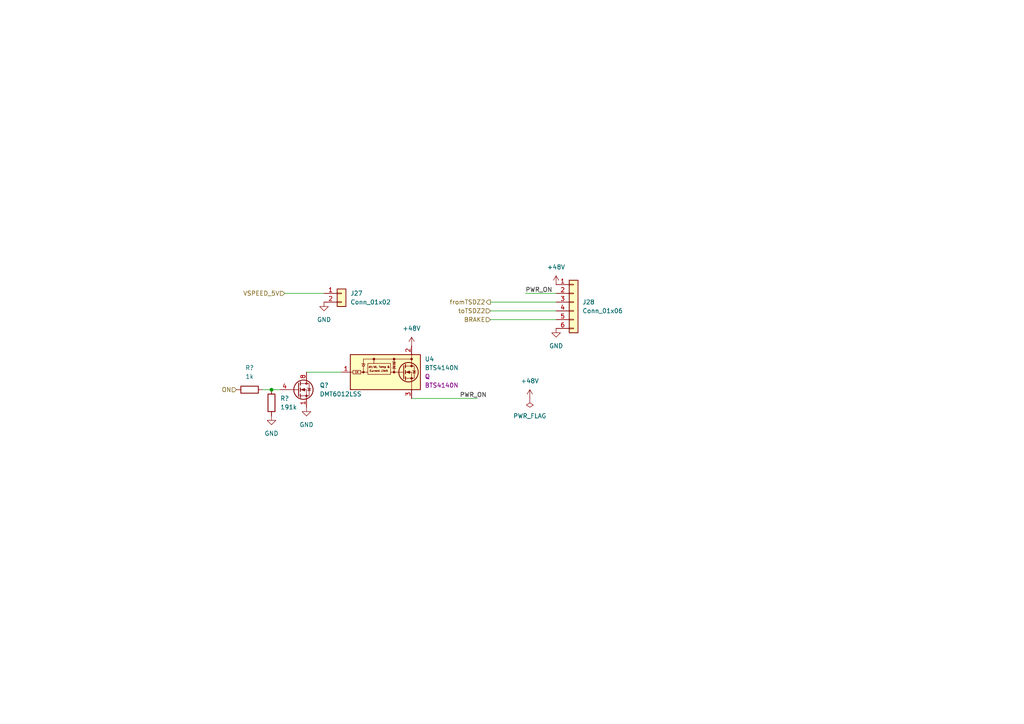
<source format=kicad_sch>
(kicad_sch (version 20230121) (generator eeschema)
  (paper "A4")
  (lib_symbols
    (symbol "Connector_Generic:Conn_01x02" (pin_names (offset 1.016) hide)
      (property "Reference" "J" (at 0 2.54 0))
      (property "Value" "Conn_01x02" (at 0 -5.08 0))
      (symbol "Conn_01x02_1_1"
        (rectangle (start -1.27 -2.413) (end 0 -2.667) (stroke (width 0.1524)))
        (rectangle (start -1.27 0.127) (end 0 -0.127) (stroke (width 0.1524)))
        (rectangle (start -1.27 1.27) (end 1.27 -3.81) (stroke (width 0.254)) (fill (type background)))
        (pin passive line (at -5.08 0 0) (length 3.81) (name "Pin_1") (number "1"))
        (pin passive line (at -5.08 -2.54 0) (length 3.81) (name "Pin_2") (number "2"))
      )
    )
    (symbol "Connector_Generic:Conn_01x06" (pin_names (offset 1.016) hide)
      (property "Reference" "J" (at 0 7.62 0))
      (property "Value" "Conn_01x06" (at 0 -10.16 0))
      (symbol "Conn_01x06_1_1"
        (rectangle (start -1.27 -7.493) (end 0 -7.747) (stroke (width 0.1524)))
        (rectangle (start -1.27 -4.953) (end 0 -5.207) (stroke (width 0.1524)))
        (rectangle (start -1.27 -2.413) (end 0 -2.667) (stroke (width 0.1524)))
        (rectangle (start -1.27 0.127) (end 0 -0.127) (stroke (width 0.1524)))
        (rectangle (start -1.27 2.667) (end 0 2.413) (stroke (width 0.1524)))
        (rectangle (start -1.27 5.207) (end 0 4.953) (stroke (width 0.1524)))
        (rectangle (start -1.27 6.35) (end 1.27 -8.89) (stroke (width 0.254)) (fill (type background)))
        (pin passive line (at -5.08 5.08 0) (length 3.81) (name "Pin_1") (number "1"))
        (pin passive line (at -5.08 2.54 0) (length 3.81) (name "Pin_2") (number "2"))
        (pin passive line (at -5.08 0 0) (length 3.81) (name "Pin_3") (number "3"))
        (pin passive line (at -5.08 -2.54 0) (length 3.81) (name "Pin_4") (number "4"))
        (pin passive line (at -5.08 -5.08 0) (length 3.81) (name "Pin_5") (number "5"))
        (pin passive line (at -5.08 -7.62 0) (length 3.81) (name "Pin_6") (number "6"))
      )
    )
    (symbol "Device:R" (pin_numbers hide) (pin_names (offset 0))
      (property "Reference" "R" (at 2.032 0 90))
      (property "Value" "R" (at 0 0 90))
      (symbol "R_0_1"
        (rectangle (start -1.016 -2.54) (end 1.016 2.54) (stroke (width 0.254)))
      )
      (symbol "R_1_1"
        (pin passive line (at 0 3.81 270) (length 1.27) (name "~") (number "1"))
        (pin passive line (at 0 -3.81 90) (length 1.27) (name "~") (number "2"))
      )
    )
    (symbol "Transistor_FET:IRF7403" (pin_names hide)
      (property "Reference" "Q" (at 5.08 2.54 0))
      (property "Value" "IRF7403" (at 5.08 0 0))
      (symbol "IRF7403_0_1"
        (polyline (pts (xy 0.254 0) (xy -2.54 0)))
        (polyline (pts (xy 0.254 1.905) (xy 0.254 -1.905)) (stroke (width 0.254)))
        (polyline (pts (xy 0.762 -1.27) (xy 0.762 -2.286)) (stroke (width 0.254)))
        (polyline (pts (xy 0.762 0.508) (xy 0.762 -0.508)) (stroke (width 0.254)))
        (polyline (pts (xy 0.762 2.286) (xy 0.762 1.27)) (stroke (width 0.254)))
        (polyline (pts (xy 2.54 2.54) (xy 2.54 1.778)))
        (polyline (pts (xy 2.54 -2.54) (xy 2.54 0) (xy 0.762 0)))
        (polyline (pts (xy 0.762 -1.778) (xy 3.302 -1.778) (xy 3.302 1.778) (xy 0.762 1.778)))
        (polyline (pts (xy 1.016 0) (xy 2.032 0.381) (xy 2.032 -0.381) (xy 1.016 0)) (fill (type outline)))
        (polyline (pts (xy 2.794 0.508) (xy 2.921 0.381) (xy 3.683 0.381) (xy 3.81 0.254)))
        (polyline (pts (xy 3.302 0.381) (xy 2.921 -0.254) (xy 3.683 -0.254) (xy 3.302 0.381)))
        (circle (center 1.651 0) (radius 2.794) (stroke (width 0.254)))
        (circle (center 2.54 -1.778) (radius 0.254) (fill (type outline)))
        (circle (center 2.54 1.778) (radius 0.254) (fill (type outline)))
      )
      (symbol "IRF7403_1_1"
        (pin passive line (at 2.54 -5.08 90) (length 2.54) (name "S") (number "1"))
        (pin passive line (at 2.54 -5.08 90) (length 2.54) hide (name "S") (number "2"))
        (pin passive line (at 2.54 -5.08 90) (length 2.54) hide (name "S") (number "3"))
        (pin input line (at -5.08 0 0) (length 2.54) (name "G") (number "4"))
        (pin passive line (at 2.54 5.08 270) (length 2.54) hide (name "D") (number "5"))
        (pin passive line (at 2.54 5.08 270) (length 2.54) hide (name "D") (number "6"))
        (pin passive line (at 2.54 5.08 270) (length 2.54) hide (name "D") (number "7"))
        (pin passive line (at 2.54 5.08 270) (length 2.54) (name "D") (number "8"))
      )
    )
    (symbol "additional:BTS4140N" (pin_names (offset 0) hide)
      (property "Value" "BTS4140N" (at 0 0 0))
      (property "Reference_1" "Q" (at 5.08 6.35 0))
      (property "Value_1" "BTS4140N" (at -10.16 6.35 0))
      (symbol "BTS4140N_0_0"
        (polyline (pts (xy 7.62 -2.54) (xy 7.62 -7.62)))
        (polyline (pts (xy 7.62 2.54) (xy 7.62 7.62)))
        (polyline (pts (xy 2.54 0) (xy 2.54 3.81) (xy 7.62 3.81)))
      )
      (symbol "BTS4140N_0_1"
        (rectangle (start -9.398 0.508) (end -7.112 -0.508))
        (polyline (pts (xy -9.398 0) (xy -10.16 0)))
        (polyline (pts (xy -7.112 0) (xy -5.08 0)))
        (polyline (pts (xy -6.35 0) (xy -6.35 1.778)))
        (polyline (pts (xy -3.302 3.81) (xy -3.302 2.54)))
        (polyline (pts (xy -6.35 2.286) (xy -6.35 3.81) (xy 2.54 3.81)))
      )
      (symbol "BTS4140N_1_0"
        (rectangle (start -10.16 5.08) (end 10.16 -5.08) (stroke (width 0.254)) (fill (type background)))
      )
      (symbol "BTS4140N_1_1"
        (circle (center -6.35 0) (radius 0.2794) (fill (type outline)))
        (rectangle (start -5.08 2.54) (end 1.524 -0.635))
        (circle (center -3.302 3.81) (radius 0.2794) (fill (type outline)))
        (polyline (pts (xy 2.54 0) (xy 1.524 0)))
        (polyline (pts (xy 2.54 0) (xy 5.334 0)))
        (polyline (pts (xy 5.842 -1.778) (xy 7.62 -1.778)))
        (polyline (pts (xy 5.842 -1.27) (xy 5.842 -2.286)) (stroke (width 0.254)))
        (polyline (pts (xy 5.842 0) (xy 7.62 0)))
        (polyline (pts (xy 5.842 0.508) (xy 5.842 -0.508)) (stroke (width 0.254)))
        (polyline (pts (xy 5.842 1.778) (xy 7.62 1.778)))
        (polyline (pts (xy 5.842 2.286) (xy 5.842 1.27)) (stroke (width 0.254)))
        (polyline (pts (xy 7.62 -1.778) (xy 7.62 -2.54)))
        (polyline (pts (xy 7.62 -1.778) (xy 7.62 0)))
        (polyline (pts (xy 7.62 2.54) (xy 7.62 1.778)))
        (polyline (pts (xy 5.334 1.905) (xy 5.334 -1.905) (xy 5.334 -1.905)) (stroke (width 0.254)))
        (polyline (pts (xy -6.858 2.54) (xy -6.731 2.413) (xy -5.969 2.413) (xy -5.842 2.286)))
        (polyline (pts (xy -6.35 2.413) (xy -6.731 1.778) (xy -5.969 1.778) (xy -6.35 2.413)))
        (polyline (pts (xy 2.032 3.048) (xy 2.159 2.921) (xy 2.921 2.921) (xy 3.048 2.794)))
        (polyline (pts (xy 2.54 1.143) (xy 2.921 1.778) (xy 2.159 1.778) (xy 2.54 1.143)))
        (polyline (pts (xy 2.54 2.921) (xy 2.159 2.286) (xy 2.921 2.286) (xy 2.54 2.921)))
        (polyline (pts (xy 3.048 1.016) (xy 2.921 1.143) (xy 2.159 1.143) (xy 2.032 1.27)))
        (polyline (pts (xy 6.096 0) (xy 7.112 0.381) (xy 7.112 -0.381) (xy 6.096 0)) (fill (type outline)))
        (polyline (pts (xy 7.62 -1.778) (xy 8.382 -1.778) (xy 8.382 1.778) (xy 7.62 1.778)))
        (polyline (pts (xy 7.874 0.508) (xy 8.001 0.381) (xy 8.763 0.381) (xy 8.89 0.254)))
        (polyline (pts (xy 8.382 0.381) (xy 8.001 -0.254) (xy 8.763 -0.254) (xy 8.382 0.381)))
        (circle (center 2.54 0) (radius 0.2794) (fill (type outline)))
        (circle (center 2.54 3.81) (radius 0.2794) (fill (type outline)))
        (circle (center 6.731 0) (radius 2.8194) (stroke (width 0.254)))
        (circle (center 7.62 -1.778) (radius 0.2794) (fill (type outline)))
        (circle (center 7.62 1.778) (radius 0.2794) (fill (type outline)))
        (circle (center 7.62 3.81) (radius 0.2794) (fill (type outline)))
        (text "1K" (at -8.255 0 0) (effects (font (size 0.5334 0.5334))))
        (text "Current Limit" (at -1.905 0.381 0) (effects (font (size 0.5334 0.5334))))
        (text "dV/dt, Temp &" (at -1.778 1.524 0) (effects (font (size 0.5334 0.5334))))
        (pin input line (at -12.7 0 0) (length 2.54) (name "G") (number "1"))
        (pin passive line (at 7.62 7.62 270) (length 2.54) (name "D") (number "2"))
        (pin passive line (at 7.62 -7.62 90) (length 2.54) (name "S") (number "3"))
        (pin passive line (at 7.62 7.62 270) (length 2.54) hide (name "D") (number "4"))
      )
    )
    (symbol "power:+48V" (power) (pin_names (offset 0))
      (property "Value" "+48V" (at 0 3.556 0))
      (symbol "+48V_0_1"
        (polyline (pts (xy -0.762 1.27) (xy 0 2.54)))
        (polyline (pts (xy 0 0) (xy 0 2.54)))
        (polyline (pts (xy 0 2.54) (xy 0.762 1.27)))
      )
      (symbol "+48V_1_1"
        (pin power_in line (at 0 0 90) (length 0) hide (name "+48V") (number "1"))
      )
    )
    (symbol "power:GND" (power) (pin_names (offset 0))
      (property "Value" "GND" (at 0 -3.81 0))
      (symbol "GND_0_1"
        (polyline (pts (xy 0 0) (xy 0 -1.27) (xy 1.27 -1.27) (xy 0 -2.54) (xy -1.27 -1.27) (xy 0 -1.27)))
      )
      (symbol "GND_1_1"
        (pin power_in line (at 0 0 270) (length 0) hide (name "GND") (number "1"))
      )
    )
    (symbol "power:PWR_FLAG" (power) (pin_numbers hide) (pin_names (offset 0) hide)
      (property "Value" "PWR_FLAG" (at 0 3.81 0))
      (symbol "PWR_FLAG_0_0"
        (pin power_out line (at 0 0 90) (length 0) (name "pwr") (number "1"))
      )
      (symbol "PWR_FLAG_0_1"
        (polyline (pts (xy 0 0) (xy 0 1.27) (xy -1.016 1.905) (xy 0 2.54) (xy 1.016 1.905) (xy 0 1.27)))
      )
    )
  )
  (junction (at 78.74 113.03))
  (wire (pts (xy 88.9 107.95) (xy 99.06 107.95)))
  (wire (pts (xy 142.24 90.17) (xy 161.29 90.17)))
  (wire (pts (xy 142.24 87.63) (xy 161.29 87.63)))
  (wire (pts (xy 119.38 115.57) (xy 138.43 115.57)))
  (wire (pts (xy 82.55 85.09) (xy 93.98 85.09)))
  (wire (pts (xy 78.74 113.03) (xy 81.28 113.03)))
  (wire (pts (xy 142.24 92.71) (xy 161.29 92.71)))
  (wire (pts (xy 76.2 113.03) (xy 78.74 113.03)))
  (wire (pts (xy 152.4 85.09) (xy 161.29 85.09)))
  (label "PWR_ON" (at 152.4 85.09 0))
  (label "PWR_ON" (at 133.35 115.57 0))
  (hierarchical_label "VSPEED_5V" (shape input) (at 82.55 85.09 180))
  (hierarchical_label "BRAKE" (shape input) (at 142.24 92.71 180))
  (hierarchical_label "toTSDZ2" (shape input) (at 142.24 90.17 180))
  (hierarchical_label "fromTSDZ2" (shape output) (at 142.24 87.63 180))
  (hierarchical_label "ON" (shape input) (at 68.58 113.03 180))
  (symbol (lib_id "Device:R") (at 72.39 113.03 90) (unit 1)
    (property "Reference" "R?" (at 72.39 106.68 90))
    (property "Value" "1k" (at 72.39 109.22 90))
    (property "Footprint" "Resistor_SMD:R_1206_3216Metric" (effects hide))
    (property "mouser" " 603-AC1206FR-101KL " (effects hide))
    (instances (project "speedomobile" (path "" (reference "R?") (unit 1)) (path "" (reference "R5") (unit 1))))
  )
  (symbol (lib_id "power:+48V") (at 119.38 100.33 0) (unit 1)
    (property "Reference" "#PWR044" (effects hide))
    (property "Value" "+48V" (at 119.38 95.25 0))
  )
  (symbol (lib_id "power:GND") (at 93.98 87.63 0) (unit 1)
    (property "Reference" "#PWR043" (effects hide))
    (property "Value" "GND" (at 93.98 92.71 0))
  )
  (symbol (lib_id "power:PWR_FLAG") (at 153.67 115.57 180) (unit 1)
    (property "Reference" "#FLG01" (effects hide))
    (property "Value" "PWR_FLAG" (at 153.67 120.65 0))
  )
  (symbol (lib_id "Connector_Generic:Conn_01x06") (at 166.37 87.63 0) (unit 1)
    (property "Reference" "J28" (at 168.91 87.63 0) (effects (justify left)))
    (property "Value" "Conn_01x06" (at 168.91 90.17 0) (effects (justify left)))
    (property "Footprint" "Connector_JST:JST_XH_B6B-XH-A_1x06_P2.50mm_Vertical" (effects hide))
  )
  (symbol (lib_id "additional:BTS4140N") (at 111.76 107.95 0) (unit 1)
    (property "Reference" "U4" (at 123.19 104.14 0) (effects (justify left)))
    (property "Value" "BTS4140N" (at 123.19 106.68 0) (effects (justify left)))
    (property "Footprint" "Package_TO_SOT_SMD:SOT-223" (effects hide))
    (property "Reference_1" "Q" (at 123.19 109.22 0) (effects (justify left)))
    (property "Value_1" "BTS4140N" (at 123.19 111.76 0) (effects (justify left)))
    (property "Footprint_1" "Package_TO_SOT_SMD:SOT-223" (effects hide))
    (property "Datasheet_1" "https://www.infineon.com/dgdl/Infineon-BTS4140N-DS-v01_01-EN.pdf?fileId=5546d46259d9a4bf015a852aac8b7785" (effects hide))
    (property "mouser" " 726-BTS4140N " (effects hide))
  )
  (symbol (lib_id "power:+48V") (at 153.67 115.57 0) (unit 1)
    (property "Reference" "#PWR045" (effects hide))
    (property "Value" "+48V" (at 153.67 110.49 0))
  )
  (symbol (lib_id "Connector_Generic:Conn_01x02") (at 99.06 85.09 0) (unit 1)
    (property "Reference" "J27" (at 101.6 85.09 0) (effects (justify left)))
    (property "Value" "Conn_01x02" (at 101.6 87.63 0) (effects (justify left)))
    (property "Footprint" "Connector_JST:JST_XH_B2B-XH-A_1x02_P2.50mm_Vertical" (effects hide))
  )
  (symbol (lib_id "Transistor_FET:IRF7403") (at 86.36 113.03 0) (unit 1)
    (property "Reference" "Q?" (at 92.71 111.76 0) (effects (justify left)))
    (property "Value" "DMT6012LSS" (at 92.71 114.3 0) (effects (justify left)))
    (property "Footprint" "Package_SO:SOIC-8_3.9x4.9mm_P1.27mm" (effects hide))
    (property "Datasheet" "https://www.infineon.com/dgdl/irf7403pbf.pdf?fileId=5546d462533600a4015355fa23541b9c" (effects hide))
    (property "mouser" " 621-DMT6012LSS-13 " (effects hide))
    (instances (project "speedomobile" (path "" (reference "Q?") (unit 1)) (path "" (reference "Q2") (unit 1))))
  )
  (symbol (lib_id "power:GND") (at 78.74 120.65 0) (unit 1)
    (property "Reference" "#PWR?" (effects hide))
    (property "Value" "GND" (at 78.74 125.73 0))
    (instances (project "speedomobile" (path "" (reference "#PWR?") (unit 1)) (path "" (reference "#PWR041") (unit 1))))
  )
  (symbol (lib_id "power:+48V") (at 161.29 82.55 0) (unit 1)
    (property "Reference" "#PWR046" (effects hide))
    (property "Value" "+48V" (at 161.29 77.47 0))
  )
  (symbol (lib_id "power:GND") (at 161.29 95.25 0) (unit 1)
    (property "Reference" "#PWR047" (effects hide))
    (property "Value" "GND" (at 161.29 100.33 0))
  )
  (symbol (lib_id "power:GND") (at 88.9 118.11 0) (unit 1)
    (property "Reference" "#PWR?" (effects hide))
    (property "Value" "GND" (at 88.9 123.19 0))
    (instances (project "speedomobile" (path "" (reference "#PWR?") (unit 1)) (path "" (reference "#PWR042") (unit 1))))
  )
  (symbol (lib_id "Device:R") (at 78.74 116.84 0) (unit 1)
    (property "Reference" "R?" (at 81.28 115.57 0) (effects (justify left)))
    (property "Value" "191k" (at 81.28 118.11 0) (effects (justify left)))
    (property "Footprint" "Resistor_SMD:R_1206_3216Metric" (effects hide))
    (property "mouser" " 660-RK73H2BTTD1913F " (effects hide))
    (instances (project "speedomobile" (path "" (reference "R?") (unit 1)) (path "" (reference "R6") (unit 1))))
  )
)
</source>
